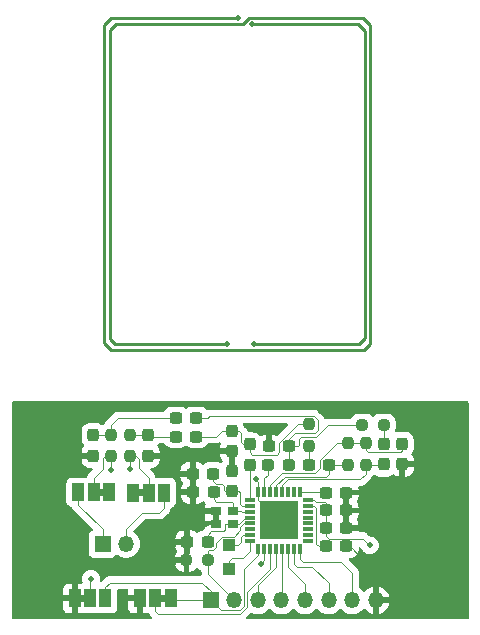
<source format=gtl>
G04 #@! TF.GenerationSoftware,KiCad,Pcbnew,7.0.9*
G04 #@! TF.CreationDate,2024-04-03T14:30:26+02:00*
G04 #@! TF.ProjectId,NFC_Programmer,4e46435f-5072-46f6-9772-616d6d65722e,3.0*
G04 #@! TF.SameCoordinates,Original*
G04 #@! TF.FileFunction,Copper,L1,Top*
G04 #@! TF.FilePolarity,Positive*
%FSLAX46Y46*%
G04 Gerber Fmt 4.6, Leading zero omitted, Abs format (unit mm)*
G04 Created by KiCad (PCBNEW 7.0.9) date 2024-04-03 14:30:26*
%MOMM*%
%LPD*%
G01*
G04 APERTURE LIST*
G04 Aperture macros list*
%AMRoundRect*
0 Rectangle with rounded corners*
0 $1 Rounding radius*
0 $2 $3 $4 $5 $6 $7 $8 $9 X,Y pos of 4 corners*
0 Add a 4 corners polygon primitive as box body*
4,1,4,$2,$3,$4,$5,$6,$7,$8,$9,$2,$3,0*
0 Add four circle primitives for the rounded corners*
1,1,$1+$1,$2,$3*
1,1,$1+$1,$4,$5*
1,1,$1+$1,$6,$7*
1,1,$1+$1,$8,$9*
0 Add four rect primitives between the rounded corners*
20,1,$1+$1,$2,$3,$4,$5,0*
20,1,$1+$1,$4,$5,$6,$7,0*
20,1,$1+$1,$6,$7,$8,$9,0*
20,1,$1+$1,$8,$9,$2,$3,0*%
G04 Aperture macros list end*
G04 #@! TA.AperFunction,SMDPad,CuDef*
%ADD10RoundRect,0.237500X-0.237500X0.250000X-0.237500X-0.250000X0.237500X-0.250000X0.237500X0.250000X0*%
G04 #@! TD*
G04 #@! TA.AperFunction,SMDPad,CuDef*
%ADD11RoundRect,0.237500X0.300000X0.237500X-0.300000X0.237500X-0.300000X-0.237500X0.300000X-0.237500X0*%
G04 #@! TD*
G04 #@! TA.AperFunction,SMDPad,CuDef*
%ADD12RoundRect,0.237500X0.237500X-0.250000X0.237500X0.250000X-0.237500X0.250000X-0.237500X-0.250000X0*%
G04 #@! TD*
G04 #@! TA.AperFunction,SMDPad,CuDef*
%ADD13R,1.000000X1.500000*%
G04 #@! TD*
G04 #@! TA.AperFunction,SMDPad,CuDef*
%ADD14R,1.000000X1.000000*%
G04 #@! TD*
G04 #@! TA.AperFunction,ComponentPad*
%ADD15R,1.350000X1.350000*%
G04 #@! TD*
G04 #@! TA.AperFunction,ComponentPad*
%ADD16O,1.350000X1.350000*%
G04 #@! TD*
G04 #@! TA.AperFunction,SMDPad,CuDef*
%ADD17RoundRect,0.237500X0.237500X-0.287500X0.237500X0.287500X-0.237500X0.287500X-0.237500X-0.287500X0*%
G04 #@! TD*
G04 #@! TA.AperFunction,SMDPad,CuDef*
%ADD18R,0.900000X0.800000*%
G04 #@! TD*
G04 #@! TA.AperFunction,SMDPad,CuDef*
%ADD19RoundRect,0.237500X0.237500X-0.300000X0.237500X0.300000X-0.237500X0.300000X-0.237500X-0.300000X0*%
G04 #@! TD*
G04 #@! TA.AperFunction,SMDPad,CuDef*
%ADD20RoundRect,0.237500X-0.237500X0.300000X-0.237500X-0.300000X0.237500X-0.300000X0.237500X0.300000X0*%
G04 #@! TD*
G04 #@! TA.AperFunction,SMDPad,CuDef*
%ADD21R,0.850000X0.300000*%
G04 #@! TD*
G04 #@! TA.AperFunction,SMDPad,CuDef*
%ADD22R,0.300000X0.850000*%
G04 #@! TD*
G04 #@! TA.AperFunction,SMDPad,CuDef*
%ADD23R,3.250000X3.250000*%
G04 #@! TD*
G04 #@! TA.AperFunction,SMDPad,CuDef*
%ADD24RoundRect,0.237500X-0.300000X-0.237500X0.300000X-0.237500X0.300000X0.237500X-0.300000X0.237500X0*%
G04 #@! TD*
G04 #@! TA.AperFunction,SMDPad,CuDef*
%ADD25RoundRect,0.237500X-0.250000X-0.237500X0.250000X-0.237500X0.250000X0.237500X-0.250000X0.237500X0*%
G04 #@! TD*
G04 #@! TA.AperFunction,SMDPad,CuDef*
%ADD26RoundRect,0.237500X-0.287500X-0.237500X0.287500X-0.237500X0.287500X0.237500X-0.287500X0.237500X0*%
G04 #@! TD*
G04 #@! TA.AperFunction,SMDPad,CuDef*
%ADD27RoundRect,0.237500X0.250000X0.237500X-0.250000X0.237500X-0.250000X-0.237500X0.250000X-0.237500X0*%
G04 #@! TD*
G04 #@! TA.AperFunction,ViaPad*
%ADD28C,0.360000*%
G04 #@! TD*
G04 #@! TA.AperFunction,ViaPad*
%ADD29C,0.500000*%
G04 #@! TD*
G04 #@! TA.AperFunction,Conductor*
%ADD30C,0.100000*%
G04 #@! TD*
G04 #@! TA.AperFunction,Conductor*
%ADD31C,0.250000*%
G04 #@! TD*
G04 APERTURE END LIST*
G04 #@! TA.AperFunction,EtchedComponent*
G36*
X132035000Y-99000000D02*
G01*
X131535000Y-99000000D01*
X131535000Y-98400000D01*
X132035000Y-98400000D01*
X132035000Y-99000000D01*
G37*
G04 #@! TD.AperFunction*
G04 #@! TA.AperFunction,EtchedComponent*
G36*
X128675000Y-98990000D02*
G01*
X128175000Y-98990000D01*
X128175000Y-98390000D01*
X128675000Y-98390000D01*
X128675000Y-98990000D01*
G37*
G04 #@! TD.AperFunction*
G04 #@! TA.AperFunction,EtchedComponent*
G36*
X133910000Y-107970000D02*
G01*
X133410000Y-107970000D01*
X133410000Y-107370000D01*
X133910000Y-107370000D01*
X133910000Y-107970000D01*
G37*
G04 #@! TD.AperFunction*
G04 #@! TA.AperFunction,EtchedComponent*
G36*
X127070000Y-107970000D02*
G01*
X126570000Y-107970000D01*
X126570000Y-107370000D01*
X127070000Y-107370000D01*
X127070000Y-107970000D01*
G37*
G04 #@! TD.AperFunction*
D10*
X150813750Y-94545000D03*
X150813750Y-96370000D03*
D11*
X147696750Y-96380000D03*
X145971750Y-96380000D03*
D12*
X145994250Y-94742500D03*
X145994250Y-92917500D03*
D13*
X131135000Y-98700000D03*
X132435000Y-98700000D03*
X133735000Y-98700000D03*
D14*
X139270000Y-103150000D03*
D11*
X137886750Y-97110000D03*
X136161750Y-97110000D03*
D15*
X128530000Y-103060000D03*
D16*
X130530000Y-103060000D03*
D17*
X140994250Y-96385000D03*
X140994250Y-94635000D03*
D11*
X136462500Y-93970000D03*
X134737500Y-93970000D03*
D18*
X139571750Y-100230000D03*
X138171750Y-100230000D03*
X138171750Y-101330000D03*
X139571750Y-101330000D03*
D19*
X139504250Y-98602500D03*
X139504250Y-96877500D03*
D20*
X139464250Y-93467500D03*
X139464250Y-95192500D03*
D21*
X145914250Y-102820000D03*
X145914250Y-102320000D03*
X145914250Y-101820000D03*
X145914250Y-101320000D03*
X145914250Y-100820000D03*
X145914250Y-100320000D03*
X145914250Y-99820000D03*
X145914250Y-99320000D03*
D22*
X145214250Y-98620000D03*
X144714250Y-98620000D03*
X144214250Y-98620000D03*
X143714250Y-98620000D03*
X143214250Y-98620000D03*
X142714250Y-98620000D03*
X142214250Y-98620000D03*
X141714250Y-98620000D03*
D21*
X141014250Y-99320000D03*
X141014250Y-99820000D03*
X141014250Y-100320000D03*
X141014250Y-100820000D03*
X141014250Y-101320000D03*
X141014250Y-101820000D03*
X141014250Y-102320000D03*
X141014250Y-102820000D03*
D22*
X141714250Y-103520000D03*
X142214250Y-103520000D03*
X142714250Y-103520000D03*
X143214250Y-103520000D03*
X143714250Y-103520000D03*
X144214250Y-103520000D03*
X144714250Y-103520000D03*
X145214250Y-103520000D03*
D23*
X143464250Y-101070000D03*
D15*
X137670000Y-107810000D03*
D16*
X139670000Y-107810000D03*
X141670000Y-107810000D03*
X143670000Y-107810000D03*
X145670000Y-107810000D03*
X147670000Y-107810000D03*
X149670000Y-107810000D03*
X151670000Y-107810000D03*
D10*
X130835000Y-93800000D03*
X130835000Y-95625000D03*
D19*
X152344250Y-96320000D03*
X152344250Y-94595000D03*
D11*
X136462500Y-92400000D03*
X134737500Y-92400000D03*
D24*
X147445000Y-98700000D03*
X149170000Y-98700000D03*
X147445000Y-100220000D03*
X149170000Y-100220000D03*
D12*
X149283250Y-96370000D03*
X149283250Y-94545000D03*
D20*
X153904250Y-94587500D03*
X153904250Y-96312500D03*
D24*
X147445000Y-101740000D03*
X149170000Y-101740000D03*
D10*
X129285000Y-93800000D03*
X129285000Y-95625000D03*
D25*
X150522500Y-92990000D03*
X152347500Y-92990000D03*
D20*
X132385000Y-93850000D03*
X132385000Y-95575000D03*
D19*
X127725000Y-95575000D03*
X127725000Y-93850000D03*
D11*
X137420000Y-102890000D03*
X135695000Y-102890000D03*
D26*
X142544250Y-96400000D03*
X144294250Y-96400000D03*
D27*
X137458250Y-104420000D03*
X135633250Y-104420000D03*
D13*
X129075000Y-98690000D03*
X127775000Y-98690000D03*
X126475000Y-98690000D03*
X134310000Y-107670000D03*
X133010000Y-107670000D03*
X131710000Y-107670000D03*
D14*
X139270000Y-105210000D03*
D13*
X126170000Y-107670000D03*
X127470000Y-107670000D03*
X128770000Y-107670000D03*
D24*
X142609250Y-94790000D03*
X144334250Y-94790000D03*
D11*
X137926750Y-98680000D03*
X136201750Y-98680000D03*
D24*
X147445000Y-103260000D03*
X149170000Y-103260000D03*
D28*
X159130000Y-95860000D03*
X128970000Y-104540000D03*
X157940000Y-91280000D03*
X131870000Y-105550000D03*
X124300000Y-91250000D03*
X125190000Y-98820000D03*
X127340000Y-91240000D03*
X157250000Y-91280000D03*
X129940000Y-105570000D03*
X142640000Y-109210000D03*
X135120000Y-99770000D03*
X150620000Y-109150000D03*
X121160000Y-98970000D03*
X122870000Y-109150000D03*
X154830000Y-109120000D03*
D29*
X134251582Y-95601582D03*
D28*
X126460000Y-94700000D03*
X144350000Y-91290000D03*
X159080000Y-104020000D03*
X155130000Y-94450000D03*
X129220000Y-91250000D03*
X125190000Y-98210000D03*
X130030000Y-109160000D03*
X134590000Y-100240000D03*
X148440000Y-92230000D03*
X150480000Y-99510000D03*
X154370000Y-97580000D03*
X153610000Y-106680000D03*
X155400000Y-109120000D03*
X123600000Y-91240000D03*
X133980000Y-97190000D03*
X159130000Y-96470000D03*
X121160000Y-92260000D03*
X152660000Y-97670000D03*
X134570000Y-102480000D03*
X154960000Y-93780000D03*
X125860000Y-109180000D03*
X121170000Y-91560000D03*
X141860000Y-91280000D03*
X121120000Y-108950000D03*
X148700000Y-91290000D03*
X158550000Y-91280000D03*
X125740000Y-97180000D03*
X121130000Y-106460000D03*
X132560000Y-101260000D03*
X137450000Y-95930000D03*
X159120000Y-92860000D03*
X127700000Y-104640000D03*
X143780000Y-91290000D03*
X124910000Y-108130000D03*
X148000000Y-91280000D03*
X121160000Y-92870000D03*
X151917606Y-102411550D03*
X152920000Y-91280000D03*
X147701096Y-92221952D03*
X149280000Y-92220000D03*
X159090000Y-99740000D03*
X139410000Y-91290000D03*
X159090000Y-101530000D03*
X132820000Y-105550000D03*
X131290000Y-109180000D03*
X133790000Y-101240000D03*
X153610000Y-108460000D03*
X151890000Y-97650000D03*
X159130000Y-95290000D03*
X130870000Y-105570000D03*
X131960000Y-102880000D03*
X134570000Y-103250000D03*
X128320000Y-104550000D03*
X125250000Y-109180000D03*
X127520000Y-92500000D03*
X127740000Y-109160000D03*
X159120000Y-98960000D03*
X126610000Y-96460000D03*
X131630000Y-104040000D03*
X158390000Y-109150000D03*
X121130000Y-104670000D03*
X152310000Y-91280000D03*
X126670000Y-92870000D03*
X134560000Y-104720000D03*
X134560000Y-103940000D03*
X126440000Y-93840000D03*
X140680000Y-91280000D03*
X156070000Y-91280000D03*
X150460000Y-100300000D03*
X140020000Y-91290000D03*
X153450000Y-97640000D03*
X134950000Y-98240000D03*
X154170000Y-109120000D03*
X151364342Y-91970000D03*
X135077887Y-95174346D03*
X155410000Y-91290000D03*
X159080000Y-107150000D03*
X123410000Y-109150000D03*
X159090000Y-105270000D03*
X136980000Y-95110000D03*
X128330000Y-92550000D03*
X153140000Y-106270000D03*
X150470000Y-98680000D03*
X148720000Y-109150000D03*
X121160000Y-94050000D03*
X121810000Y-91240000D03*
D29*
X142620000Y-93280000D03*
D28*
X131010000Y-91250000D03*
X121690000Y-109150000D03*
X149880000Y-91290000D03*
X125480000Y-91250000D03*
X128310000Y-109160000D03*
X153610000Y-107250000D03*
X127050000Y-102380000D03*
X127910000Y-91240000D03*
X156550000Y-109120000D03*
X153600000Y-109120000D03*
X131820000Y-109180000D03*
X151460000Y-104220000D03*
X124910000Y-107590000D03*
X150530000Y-100960000D03*
X134950000Y-96480000D03*
X136540000Y-95870000D03*
X153540000Y-92730000D03*
X131960000Y-101650000D03*
X121130000Y-105850000D03*
X155130000Y-95290000D03*
X126400000Y-109180000D03*
X130430000Y-104500000D03*
X125760000Y-106200000D03*
X159080000Y-107760000D03*
X124910000Y-106980000D03*
X127050000Y-104100000D03*
X124910000Y-106410000D03*
X133540000Y-91240000D03*
X159090000Y-104660000D03*
X152060000Y-103740000D03*
X128800000Y-105570000D03*
X121120000Y-107160000D03*
X131160000Y-104360000D03*
X121120000Y-108340000D03*
X135620000Y-95890000D03*
X156010000Y-109120000D03*
X132850000Y-91240000D03*
X159130000Y-94680000D03*
X127050000Y-102950000D03*
X121130000Y-100360000D03*
D29*
X136820000Y-101300000D03*
D28*
X152220000Y-103020000D03*
X121120000Y-102240000D03*
X152310000Y-106410000D03*
X121160000Y-93440000D03*
X126970000Y-109180000D03*
X151740000Y-91280000D03*
X125190000Y-99360000D03*
X121130000Y-101540000D03*
X159120000Y-93430000D03*
X159090000Y-100920000D03*
X126670000Y-97160000D03*
X128970000Y-92080000D03*
D29*
X150700000Y-104480000D03*
D28*
X159080000Y-108330000D03*
X129460000Y-109160000D03*
X122420000Y-91240000D03*
X159120000Y-97780000D03*
X126540000Y-105870000D03*
X131780000Y-102240000D03*
X121160000Y-98360000D03*
X133530000Y-96280000D03*
X159090000Y-106450000D03*
X121130000Y-105280000D03*
X121120000Y-104030000D03*
X146820000Y-91280000D03*
X129780000Y-104480000D03*
X159130000Y-91550000D03*
X132280000Y-91240000D03*
X135980000Y-101650000D03*
X157120000Y-109120000D03*
X130400000Y-91250000D03*
X128520000Y-91240000D03*
X125670000Y-100350000D03*
X159080000Y-108940000D03*
X159120000Y-97170000D03*
X133210000Y-96990000D03*
X142470000Y-91280000D03*
X154800000Y-91290000D03*
X147200000Y-91900000D03*
X122990000Y-91240000D03*
X125190000Y-99930000D03*
X145600000Y-91280000D03*
X128920000Y-109160000D03*
X151070000Y-98110000D03*
X149310000Y-91290000D03*
X121130000Y-99750000D03*
X124910000Y-91250000D03*
X152170000Y-91820000D03*
X157820000Y-109150000D03*
X154230000Y-91290000D03*
X151130000Y-91280000D03*
X159090000Y-105840000D03*
X129830000Y-91250000D03*
X146210000Y-91280000D03*
X123980000Y-109150000D03*
X136880000Y-100240000D03*
X134960000Y-99050000D03*
X159090000Y-100350000D03*
X131670000Y-91240000D03*
X127100000Y-101690000D03*
X136100000Y-95140000D03*
X122260000Y-109150000D03*
X146740000Y-109170000D03*
X127050000Y-103560000D03*
X126090000Y-91250000D03*
X159120000Y-98350000D03*
X147390000Y-91280000D03*
X121170000Y-95300000D03*
X126130000Y-100790000D03*
X134890000Y-97330000D03*
X136100000Y-99920000D03*
X121160000Y-97180000D03*
X130670000Y-109180000D03*
X126610000Y-101210000D03*
X121120000Y-107770000D03*
X121170000Y-95870000D03*
X149880000Y-91890000D03*
X144960000Y-91290000D03*
X121120000Y-102850000D03*
X151124464Y-102010199D03*
X159080000Y-102230000D03*
X121120000Y-103420000D03*
X143170000Y-91290000D03*
X124910000Y-108700000D03*
X159120000Y-94040000D03*
X144710000Y-109150000D03*
X134250000Y-100770000D03*
X121130000Y-100930000D03*
X153420000Y-92190000D03*
X155210000Y-96260000D03*
D29*
X137990000Y-95230000D03*
D28*
X121170000Y-96480000D03*
X150570000Y-101750000D03*
X156680000Y-91280000D03*
X125190000Y-97640000D03*
X135060000Y-101740000D03*
X126700000Y-105300000D03*
X159080000Y-102840000D03*
X153610000Y-107890000D03*
X154390000Y-93370000D03*
X153620000Y-91290000D03*
X159120000Y-92250000D03*
X150680000Y-105400000D03*
D29*
X125870000Y-95560000D03*
D28*
X121160000Y-97790000D03*
X150700000Y-106280000D03*
X121170000Y-94690000D03*
X152140000Y-109230000D03*
D29*
X141500000Y-97570000D03*
D28*
X127050000Y-104670000D03*
X155050000Y-97220000D03*
X128250000Y-105320000D03*
X124680000Y-109180000D03*
X159080000Y-103410000D03*
X141290000Y-91280000D03*
X153610000Y-93260000D03*
X133840000Y-105540000D03*
X133130000Y-101260000D03*
X152870000Y-91870000D03*
X150690000Y-91810000D03*
X151510000Y-106310000D03*
X132400000Y-109200000D03*
X150490000Y-91290000D03*
X126730000Y-91240000D03*
X131940000Y-103530000D03*
D29*
X151160000Y-103180000D03*
X127550000Y-105990000D03*
X141910000Y-104760000D03*
X139030000Y-86150000D03*
X141370000Y-86140000D03*
X140010000Y-58550000D03*
X130850000Y-96740000D03*
X141150000Y-59040000D03*
X129280000Y-96770000D03*
D30*
X146610000Y-99990750D02*
X146610000Y-103040000D01*
X146439250Y-99820000D02*
X146610000Y-99990750D01*
X146830000Y-103260000D02*
X147445000Y-103260000D01*
X146610000Y-103040000D02*
X146830000Y-103260000D01*
X145914250Y-99820000D02*
X146439250Y-99820000D01*
X136850000Y-101330000D02*
X136820000Y-101300000D01*
X134225000Y-95575000D02*
X134251582Y-95601582D01*
X142609250Y-94790000D02*
X142609250Y-93290750D01*
X138027500Y-95192500D02*
X137990000Y-95230000D01*
X125885000Y-95575000D02*
X125870000Y-95560000D01*
X139464250Y-95192500D02*
X138027500Y-95192500D01*
X138171750Y-101330000D02*
X136850000Y-101330000D01*
X142609250Y-93290750D02*
X142620000Y-93280000D01*
X143464250Y-101070000D02*
X141714250Y-99320000D01*
X149480000Y-103260000D02*
X150700000Y-104480000D01*
X149170000Y-103260000D02*
X149480000Y-103260000D01*
X141714250Y-97784250D02*
X141500000Y-97570000D01*
X132385000Y-95575000D02*
X134225000Y-95575000D01*
X127725000Y-95575000D02*
X125885000Y-95575000D01*
X141714250Y-98620000D02*
X141714250Y-97784250D01*
X141714250Y-99320000D02*
X141714250Y-98620000D01*
X147365000Y-98620000D02*
X147445000Y-98700000D01*
X145214250Y-98620000D02*
X147365000Y-98620000D01*
X139504250Y-98602500D02*
X140056750Y-98602500D01*
X138824250Y-98510000D02*
X138916750Y-98602500D01*
X137886750Y-97732500D02*
X138134250Y-97980000D01*
X140204250Y-98750000D02*
X140204250Y-99700000D01*
X137886750Y-97110000D02*
X137886750Y-97732500D01*
X138134250Y-97980000D02*
X138684250Y-97980000D01*
X138684250Y-97980000D02*
X138824250Y-98120000D01*
X140324250Y-99820000D02*
X141014250Y-99820000D01*
X140204250Y-99700000D02*
X140324250Y-99820000D01*
X138916750Y-98602500D02*
X139504250Y-98602500D01*
X140056750Y-98602500D02*
X140204250Y-98750000D01*
X138824250Y-98120000D02*
X138824250Y-98510000D01*
X140064250Y-101330000D02*
X139571750Y-101330000D01*
X141014250Y-100820000D02*
X140574250Y-100820000D01*
X138910000Y-101330000D02*
X139571750Y-101330000D01*
X137420000Y-102890000D02*
X137420000Y-102290000D01*
X137710000Y-102000000D02*
X138710000Y-102000000D01*
X138860000Y-101380000D02*
X138910000Y-101330000D01*
X138860000Y-101850000D02*
X138860000Y-101380000D01*
X140574250Y-100820000D02*
X140064250Y-101330000D01*
X137420000Y-102290000D02*
X137710000Y-102000000D01*
X138710000Y-102000000D02*
X138860000Y-101850000D01*
X143714250Y-98095000D02*
X144212250Y-97597000D01*
X150813750Y-97140500D02*
X150813750Y-96370000D01*
X150813750Y-96370000D02*
X152294250Y-96370000D01*
X144212250Y-97597000D02*
X150357250Y-97597000D01*
X150357250Y-97597000D02*
X150813750Y-97140500D01*
X143714250Y-98620000D02*
X143714250Y-98095000D01*
X152294250Y-96370000D02*
X152344250Y-96320000D01*
X152347500Y-94591750D02*
X152344250Y-94595000D01*
X152347500Y-92990000D02*
X152347500Y-94591750D01*
X145050000Y-94790000D02*
X144334250Y-94790000D01*
X136462500Y-92400000D02*
X137430000Y-92400000D01*
X144294250Y-94830000D02*
X144334250Y-94790000D01*
X145170000Y-94670000D02*
X145050000Y-94790000D01*
X146410022Y-92253000D02*
X146750000Y-92592978D01*
X145350000Y-94000000D02*
X145170000Y-94180000D01*
X146570000Y-94000000D02*
X145350000Y-94000000D01*
X150522500Y-92990000D02*
X147580000Y-92990000D01*
X144334250Y-94135750D02*
X144334250Y-94790000D01*
X145170000Y-94180000D02*
X145170000Y-94670000D01*
X137577000Y-92253000D02*
X146410022Y-92253000D01*
X146750000Y-93420000D02*
X146550000Y-93620000D01*
X137430000Y-92400000D02*
X137577000Y-92253000D01*
X144294250Y-96400000D02*
X144294250Y-94830000D01*
X146750000Y-92592978D02*
X146750000Y-93420000D01*
X147580000Y-92990000D02*
X146570000Y-94000000D01*
X144850000Y-93620000D02*
X144334250Y-94135750D01*
X146550000Y-93620000D02*
X144850000Y-93620000D01*
X140994250Y-95284250D02*
X140994250Y-94635000D01*
X145076478Y-92917500D02*
X143480000Y-94513978D01*
X140067500Y-93467500D02*
X140270000Y-93670000D01*
X143480000Y-94513978D02*
X143480000Y-95290000D01*
X143280000Y-95490000D02*
X141200000Y-95490000D01*
X139464250Y-93467500D02*
X140067500Y-93467500D01*
X140445000Y-94635000D02*
X140994250Y-94635000D01*
X145994250Y-92917500D02*
X145076478Y-92917500D01*
X143480000Y-95290000D02*
X143280000Y-95490000D01*
X136462500Y-93970000D02*
X138120000Y-93970000D01*
X140270000Y-94460000D02*
X140445000Y-94635000D01*
X140270000Y-93670000D02*
X140270000Y-94460000D01*
X141200000Y-95490000D02*
X140994250Y-95284250D01*
X138120000Y-93970000D02*
X138622500Y-93467500D01*
X138622500Y-93467500D02*
X139464250Y-93467500D01*
X130835000Y-93800000D02*
X132335000Y-93800000D01*
X132505000Y-93970000D02*
X132385000Y-93850000D01*
X134737500Y-93970000D02*
X132505000Y-93970000D01*
X132335000Y-93800000D02*
X132385000Y-93850000D01*
X127725000Y-93850000D02*
X129235000Y-93850000D01*
X129235000Y-93850000D02*
X129285000Y-93800000D01*
X129870000Y-92400000D02*
X129285000Y-92985000D01*
X129285000Y-92985000D02*
X129285000Y-93800000D01*
X134737500Y-92400000D02*
X129870000Y-92400000D01*
X153904250Y-95145750D02*
X153740500Y-95309500D01*
X143757250Y-97052000D02*
X146532250Y-97052000D01*
X150979500Y-95309500D02*
X150813750Y-95143750D01*
X150813750Y-95143750D02*
X150813750Y-94545000D01*
X146532250Y-97052000D02*
X146954250Y-96630000D01*
X153740500Y-95309500D02*
X150979500Y-95309500D01*
X142714250Y-98095000D02*
X143757250Y-97052000D01*
X149283250Y-94545000D02*
X150813750Y-94545000D01*
X148369250Y-94545000D02*
X149283250Y-94545000D01*
X146954250Y-96630000D02*
X146954250Y-95960000D01*
X153904250Y-94587500D02*
X153904250Y-95145750D01*
X146954250Y-95960000D02*
X148369250Y-94545000D01*
X142714250Y-98620000D02*
X142714250Y-98095000D01*
X143939250Y-97370000D02*
X147474250Y-97370000D01*
X143214250Y-98620000D02*
X143214250Y-98095000D01*
X149273250Y-96380000D02*
X149283250Y-96370000D01*
X143214250Y-98095000D02*
X143939250Y-97370000D01*
X147474250Y-97370000D02*
X147696750Y-97147500D01*
X147696750Y-97147500D02*
X147696750Y-96380000D01*
X147696750Y-96380000D02*
X149273250Y-96380000D01*
X145971750Y-94765000D02*
X145994250Y-94742500D01*
X145971750Y-96380000D02*
X145971750Y-94765000D01*
X140994250Y-99300000D02*
X141014250Y-99320000D01*
X140994250Y-96385000D02*
X140994250Y-99300000D01*
X142214250Y-98620000D02*
X142214250Y-97510000D01*
X142544250Y-97180000D02*
X142544250Y-96400000D01*
X142214250Y-97510000D02*
X142544250Y-97180000D01*
X139470000Y-104280000D02*
X139270000Y-104480000D01*
X139270000Y-104480000D02*
X139270000Y-105210000D01*
X141014250Y-103685750D02*
X140420000Y-104280000D01*
X141014250Y-102820000D02*
X141014250Y-103685750D01*
X140420000Y-104280000D02*
X139470000Y-104280000D01*
X144214250Y-105004250D02*
X145670000Y-106460000D01*
X145670000Y-106460000D02*
X145670000Y-107810000D01*
X144214250Y-103520000D02*
X144214250Y-105004250D01*
X145214250Y-104314250D02*
X145470000Y-104570000D01*
X148730000Y-104570000D02*
X149670000Y-105510000D01*
X145214250Y-103520000D02*
X145214250Y-104314250D01*
X145470000Y-104570000D02*
X148730000Y-104570000D01*
X149670000Y-105510000D02*
X149670000Y-107810000D01*
X147670000Y-106390000D02*
X147670000Y-107810000D01*
X144714250Y-104734250D02*
X145000000Y-105020000D01*
X144714250Y-103520000D02*
X144714250Y-104734250D01*
X146300000Y-105020000D02*
X147670000Y-106390000D01*
X145000000Y-105020000D02*
X146300000Y-105020000D01*
X137458250Y-105598250D02*
X139670000Y-107810000D01*
X140489250Y-101320000D02*
X140198750Y-101610500D01*
X137458250Y-103621750D02*
X137458250Y-104420000D01*
X138134500Y-103305772D02*
X137898272Y-103542000D01*
X138607000Y-102473000D02*
X138134500Y-102945500D01*
X139632750Y-102473000D02*
X138607000Y-102473000D01*
X137538000Y-103542000D02*
X137458250Y-103621750D01*
X137458250Y-104420000D02*
X137458250Y-105598250D01*
X137898272Y-103542000D02*
X137538000Y-103542000D01*
X140198750Y-101907000D02*
X139632750Y-102473000D01*
X141014250Y-101320000D02*
X140489250Y-101320000D01*
X140198750Y-101610500D02*
X140198750Y-101907000D01*
X138134500Y-102945500D02*
X138134500Y-103305772D01*
X138522000Y-108662000D02*
X137670000Y-107810000D01*
X137670000Y-107010000D02*
X136990000Y-106330000D01*
X137670000Y-107810000D02*
X137670000Y-107010000D01*
X145914250Y-99320000D02*
X146439250Y-99320000D01*
X129170000Y-106330000D02*
X128770000Y-106730000D01*
X147445000Y-101740000D02*
X147445000Y-102365000D01*
X140138000Y-108662000D02*
X138522000Y-108662000D01*
X147380000Y-99510000D02*
X147445000Y-99575000D01*
X137670000Y-107810000D02*
X134450000Y-107810000D01*
X140530000Y-108270000D02*
X140138000Y-108662000D01*
X151170000Y-103220000D02*
X151170000Y-103190000D01*
X134450000Y-107810000D02*
X134310000Y-107670000D01*
X147445000Y-99575000D02*
X147445000Y-100220000D01*
X147688000Y-102608000D02*
X150558000Y-102608000D01*
X128770000Y-106730000D02*
X128770000Y-107670000D01*
X141714250Y-104005750D02*
X140530000Y-105190000D01*
X147445000Y-102365000D02*
X147688000Y-102608000D01*
X146629250Y-99510000D02*
X147380000Y-99510000D01*
X136990000Y-106330000D02*
X129170000Y-106330000D01*
X150558000Y-102608000D02*
X151170000Y-103220000D01*
X141714250Y-103520000D02*
X141714250Y-104005750D01*
X140530000Y-105190000D02*
X140530000Y-108270000D01*
X147445000Y-100220000D02*
X147445000Y-101740000D01*
X146439250Y-99320000D02*
X146629250Y-99510000D01*
X143714250Y-107765750D02*
X143670000Y-107810000D01*
X143714250Y-103520000D02*
X143714250Y-107765750D01*
X141670000Y-106530000D02*
X141670000Y-107810000D01*
X143214250Y-103520000D02*
X143214250Y-104985750D01*
X143214250Y-104985750D02*
X141670000Y-106530000D01*
X140354250Y-100320000D02*
X141014249Y-100320000D01*
X137926750Y-98680000D02*
X137926750Y-99262500D01*
X138154250Y-99490000D02*
X139454250Y-99490000D01*
X139584250Y-99620000D02*
X139571750Y-99632500D01*
X137926750Y-99262500D02*
X138154250Y-99490000D01*
X139571750Y-99632500D02*
X139571750Y-100230000D01*
X140244250Y-100230000D02*
X140344250Y-100330000D01*
X139454250Y-99490000D02*
X139584250Y-99620000D01*
X139571750Y-100230000D02*
X140244250Y-100230000D01*
X140344250Y-100330000D02*
X140354250Y-100320000D01*
X127470000Y-106070000D02*
X127470000Y-107670000D01*
X142214250Y-103520000D02*
X142214250Y-104455750D01*
X142214250Y-104455750D02*
X141910000Y-104760000D01*
X127550000Y-105990000D02*
X127470000Y-106070000D01*
X140760000Y-107118974D02*
X140760000Y-108361026D01*
X140760000Y-108361026D02*
X140176026Y-108945000D01*
X142714250Y-105164724D02*
X140760000Y-107118974D01*
X133010000Y-108750000D02*
X133010000Y-107670000D01*
X133210000Y-108950000D02*
X133205000Y-108945000D01*
X142714250Y-103520000D02*
X142714250Y-105164724D01*
X140175513Y-108950000D02*
X133210000Y-108950000D01*
X133205000Y-108945000D02*
X133010000Y-108750000D01*
X133735000Y-98700000D02*
X133735000Y-100035000D01*
X131850000Y-100430000D02*
X130530000Y-101750000D01*
X133735000Y-100035000D02*
X133340000Y-100430000D01*
X130530000Y-101750000D02*
X130530000Y-103060000D01*
X133340000Y-100430000D02*
X131850000Y-100430000D01*
X132435000Y-97435000D02*
X132435000Y-98700000D01*
D31*
X129620000Y-86140000D02*
X139020000Y-86140000D01*
D30*
X129285000Y-95625000D02*
X129285000Y-96765000D01*
X130835000Y-95625000D02*
X130835000Y-96725000D01*
X128715000Y-95625000D02*
X128590000Y-95750000D01*
D31*
X151200000Y-86100000D02*
X151200000Y-59160000D01*
D30*
X130835000Y-95625000D02*
X131375000Y-95625000D01*
X131590000Y-96590000D02*
X132435000Y-97435000D01*
D31*
X141370000Y-86140000D02*
X150220000Y-86140000D01*
D30*
X129285000Y-96765000D02*
X129280000Y-96770000D01*
X131375000Y-95625000D02*
X131590000Y-95840000D01*
D31*
X128670000Y-59150000D02*
X128670000Y-86010000D01*
X140010000Y-58550000D02*
X140010000Y-58560000D01*
X129280000Y-86620000D02*
X150680000Y-86620000D01*
X150600000Y-58560000D02*
X140890000Y-58560000D01*
D30*
X128590000Y-95750000D02*
X128590000Y-96670000D01*
D31*
X129260000Y-58560000D02*
X128670000Y-59150000D01*
X140890000Y-58560000D02*
X140410000Y-59040000D01*
X128670000Y-86010000D02*
X129280000Y-86620000D01*
X150720000Y-59600000D02*
X150160000Y-59040000D01*
X139020000Y-86140000D02*
X139030000Y-86150000D01*
X150220000Y-86140000D02*
X150720000Y-85640000D01*
X129640000Y-59040000D02*
X129150000Y-59530000D01*
D30*
X129285000Y-95625000D02*
X128715000Y-95625000D01*
D31*
X140010000Y-58560000D02*
X129260000Y-58560000D01*
X151200000Y-59160000D02*
X150600000Y-58560000D01*
X150680000Y-86620000D02*
X151200000Y-86100000D01*
X129150000Y-85670000D02*
X129620000Y-86140000D01*
D30*
X128590000Y-96670000D02*
X127775000Y-97485000D01*
X131590000Y-95840000D02*
X131590000Y-96590000D01*
D31*
X150720000Y-85640000D02*
X150720000Y-59600000D01*
X129150000Y-59530000D02*
X129150000Y-85670000D01*
D30*
X127775000Y-97485000D02*
X127775000Y-98690000D01*
D31*
X150160000Y-59040000D02*
X141150000Y-59040000D01*
X140410000Y-59040000D02*
X129640000Y-59040000D01*
D30*
X130835000Y-96725000D02*
X130850000Y-96740000D01*
X126475000Y-99775000D02*
X128530000Y-101830000D01*
X128530000Y-101830000D02*
X128530000Y-103060000D01*
X126475000Y-98690000D02*
X126475000Y-99775000D01*
X140440000Y-102320000D02*
X141014250Y-102320000D01*
X140290000Y-102470000D02*
X140440000Y-102320000D01*
X139270000Y-103150000D02*
X140000000Y-103150000D01*
X140290000Y-102860000D02*
X140290000Y-102470000D01*
X140000000Y-103150000D02*
X140290000Y-102860000D01*
G04 #@! TA.AperFunction,Conductor*
G36*
X159457539Y-90979685D02*
G01*
X159503294Y-91032489D01*
X159514500Y-91084000D01*
X159514500Y-109310500D01*
X159494815Y-109377539D01*
X159442011Y-109423294D01*
X159390500Y-109434500D01*
X140764412Y-109434500D01*
X140697373Y-109414815D01*
X140651618Y-109362011D01*
X140641674Y-109292853D01*
X140670699Y-109229297D01*
X140676731Y-109222819D01*
X140838683Y-109060867D01*
X141006644Y-108892905D01*
X141067965Y-108859422D01*
X141137656Y-108864406D01*
X141139117Y-108864962D01*
X141196939Y-108887362D01*
X141346931Y-108945470D01*
X141561074Y-108985500D01*
X141561076Y-108985500D01*
X141778924Y-108985500D01*
X141778926Y-108985500D01*
X141993069Y-108945470D01*
X142196210Y-108866772D01*
X142381432Y-108752088D01*
X142542427Y-108605322D01*
X142571047Y-108567422D01*
X142627153Y-108525787D01*
X142696865Y-108521094D01*
X142758048Y-108554836D01*
X142768946Y-108567414D01*
X142797573Y-108605322D01*
X142958568Y-108752088D01*
X142958575Y-108752092D01*
X142958576Y-108752093D01*
X143143786Y-108866770D01*
X143143792Y-108866773D01*
X143166664Y-108875633D01*
X143346931Y-108945470D01*
X143561074Y-108985500D01*
X143561076Y-108985500D01*
X143778924Y-108985500D01*
X143778926Y-108985500D01*
X143993069Y-108945470D01*
X144196210Y-108866772D01*
X144381432Y-108752088D01*
X144542427Y-108605322D01*
X144571047Y-108567422D01*
X144627153Y-108525787D01*
X144696865Y-108521094D01*
X144758048Y-108554836D01*
X144768946Y-108567414D01*
X144797573Y-108605322D01*
X144958568Y-108752088D01*
X144958575Y-108752092D01*
X144958576Y-108752093D01*
X145143786Y-108866770D01*
X145143792Y-108866773D01*
X145166664Y-108875633D01*
X145346931Y-108945470D01*
X145561074Y-108985500D01*
X145561076Y-108985500D01*
X145778924Y-108985500D01*
X145778926Y-108985500D01*
X145993069Y-108945470D01*
X146196210Y-108866772D01*
X146381432Y-108752088D01*
X146542427Y-108605322D01*
X146571047Y-108567422D01*
X146627153Y-108525787D01*
X146696865Y-108521094D01*
X146758048Y-108554836D01*
X146768946Y-108567414D01*
X146797573Y-108605322D01*
X146958568Y-108752088D01*
X146958575Y-108752092D01*
X146958576Y-108752093D01*
X147143786Y-108866770D01*
X147143792Y-108866773D01*
X147166664Y-108875633D01*
X147346931Y-108945470D01*
X147561074Y-108985500D01*
X147561076Y-108985500D01*
X147778924Y-108985500D01*
X147778926Y-108985500D01*
X147993069Y-108945470D01*
X148196210Y-108866772D01*
X148381432Y-108752088D01*
X148542427Y-108605322D01*
X148571047Y-108567422D01*
X148627153Y-108525787D01*
X148696865Y-108521094D01*
X148758048Y-108554836D01*
X148768946Y-108567414D01*
X148797573Y-108605322D01*
X148958568Y-108752088D01*
X148958575Y-108752092D01*
X148958576Y-108752093D01*
X149143786Y-108866770D01*
X149143792Y-108866773D01*
X149166664Y-108875633D01*
X149346931Y-108945470D01*
X149561074Y-108985500D01*
X149561076Y-108985500D01*
X149778924Y-108985500D01*
X149778926Y-108985500D01*
X149993069Y-108945470D01*
X150196210Y-108866772D01*
X150381432Y-108752088D01*
X150542427Y-108605322D01*
X150571359Y-108567009D01*
X150627465Y-108525373D01*
X150697177Y-108520680D01*
X150758360Y-108554421D01*
X150769267Y-108567009D01*
X150797942Y-108604981D01*
X150797949Y-108604989D01*
X150958868Y-108751685D01*
X151144012Y-108866322D01*
X151144023Y-108866327D01*
X151347060Y-108944984D01*
X151420000Y-108958619D01*
X151420000Y-108125686D01*
X151431955Y-108137641D01*
X151544852Y-108195165D01*
X151638519Y-108210000D01*
X151701481Y-108210000D01*
X151795148Y-108195165D01*
X151908045Y-108137641D01*
X151920000Y-108125686D01*
X151920000Y-108958619D01*
X151992939Y-108944984D01*
X152195976Y-108866327D01*
X152195987Y-108866322D01*
X152381130Y-108751685D01*
X152381131Y-108751685D01*
X152542054Y-108604985D01*
X152673284Y-108431208D01*
X152770348Y-108236280D01*
X152820505Y-108060000D01*
X151985686Y-108060000D01*
X151997641Y-108048045D01*
X152055165Y-107935148D01*
X152074986Y-107810000D01*
X152055165Y-107684852D01*
X151997641Y-107571955D01*
X151985686Y-107560000D01*
X152820505Y-107560000D01*
X152820505Y-107559999D01*
X152770348Y-107383719D01*
X152673284Y-107188791D01*
X152542054Y-107015014D01*
X152381131Y-106868314D01*
X152195987Y-106753677D01*
X152195985Y-106753676D01*
X151992931Y-106675013D01*
X151992921Y-106675010D01*
X151920001Y-106661378D01*
X151920000Y-106661379D01*
X151920000Y-107494314D01*
X151908045Y-107482359D01*
X151795148Y-107424835D01*
X151701481Y-107410000D01*
X151638519Y-107410000D01*
X151544852Y-107424835D01*
X151431955Y-107482359D01*
X151420000Y-107494314D01*
X151420000Y-106661379D01*
X151419998Y-106661378D01*
X151347078Y-106675010D01*
X151347068Y-106675013D01*
X151144014Y-106753676D01*
X151144012Y-106753677D01*
X150958869Y-106868314D01*
X150958868Y-106868314D01*
X150797945Y-107015014D01*
X150769267Y-107052990D01*
X150713157Y-107094626D01*
X150643445Y-107099317D01*
X150582264Y-107065575D01*
X150571359Y-107052990D01*
X150562547Y-107041321D01*
X150542427Y-107014678D01*
X150381432Y-106867912D01*
X150292144Y-106812627D01*
X150279222Y-106804626D01*
X150232587Y-106752598D01*
X150220500Y-106699199D01*
X150220500Y-105519414D01*
X150220572Y-105517295D01*
X150222763Y-105453174D01*
X150216974Y-105429421D01*
X150212281Y-105410163D01*
X150211094Y-105403918D01*
X150210878Y-105402347D01*
X150205070Y-105360080D01*
X150197919Y-105343617D01*
X150191181Y-105323583D01*
X150186933Y-105306148D01*
X150165234Y-105267556D01*
X150162414Y-105261878D01*
X150161225Y-105259141D01*
X150144780Y-105221280D01*
X150144780Y-105221279D01*
X150133458Y-105207363D01*
X150121557Y-105189876D01*
X150112768Y-105174244D01*
X150112767Y-105174243D01*
X150112766Y-105174241D01*
X150081456Y-105142931D01*
X150077210Y-105138225D01*
X150067278Y-105126017D01*
X150049278Y-105103892D01*
X150034612Y-105093539D01*
X150018445Y-105079920D01*
X149385205Y-104446680D01*
X149351720Y-104385357D01*
X149356704Y-104315665D01*
X149398576Y-104259732D01*
X149464040Y-104235315D01*
X149472886Y-104234999D01*
X149519140Y-104234999D01*
X149519154Y-104234998D01*
X149620152Y-104224680D01*
X149783800Y-104170453D01*
X149783811Y-104170448D01*
X149930534Y-104079947D01*
X149930538Y-104079944D01*
X150052444Y-103958038D01*
X150052447Y-103958034D01*
X150142948Y-103811311D01*
X150142953Y-103811300D01*
X150197180Y-103647652D01*
X150207499Y-103546654D01*
X150207499Y-103460045D01*
X150227183Y-103393006D01*
X150279986Y-103347250D01*
X150349145Y-103337306D01*
X150412701Y-103366330D01*
X150448540Y-103419089D01*
X150479542Y-103507686D01*
X150479547Y-103507697D01*
X150569518Y-103650884D01*
X150569523Y-103650890D01*
X150689109Y-103770476D01*
X150689115Y-103770481D01*
X150832302Y-103860452D01*
X150832305Y-103860454D01*
X150832309Y-103860455D01*
X150832310Y-103860456D01*
X150886932Y-103879569D01*
X150991943Y-103916314D01*
X151159997Y-103935249D01*
X151160000Y-103935249D01*
X151160003Y-103935249D01*
X151328056Y-103916314D01*
X151328059Y-103916313D01*
X151487690Y-103860456D01*
X151487692Y-103860454D01*
X151487694Y-103860454D01*
X151487697Y-103860452D01*
X151630884Y-103770481D01*
X151630885Y-103770480D01*
X151630890Y-103770477D01*
X151750477Y-103650890D01*
X151750481Y-103650884D01*
X151840452Y-103507697D01*
X151840454Y-103507694D01*
X151840454Y-103507692D01*
X151840456Y-103507690D01*
X151896313Y-103348059D01*
X151896313Y-103348058D01*
X151896314Y-103348056D01*
X151915249Y-103180002D01*
X151915249Y-103179997D01*
X151896314Y-103011943D01*
X151840454Y-102852305D01*
X151840452Y-102852302D01*
X151750481Y-102709115D01*
X151750476Y-102709109D01*
X151630890Y-102589523D01*
X151630884Y-102589518D01*
X151487697Y-102499547D01*
X151487694Y-102499545D01*
X151328055Y-102443685D01*
X151195539Y-102428755D01*
X151131125Y-102401689D01*
X151121741Y-102393216D01*
X150953906Y-102225381D01*
X150922697Y-102191965D01*
X150908680Y-102176956D01*
X150878392Y-102158537D01*
X150870861Y-102153957D01*
X150865610Y-102150383D01*
X150830341Y-102123638D01*
X150830342Y-102123638D01*
X150813642Y-102117052D01*
X150794716Y-102107652D01*
X150779380Y-102098327D01*
X150736758Y-102086384D01*
X150730740Y-102084360D01*
X150689565Y-102068124D01*
X150689556Y-102068122D01*
X150671716Y-102066288D01*
X150650951Y-102062342D01*
X150633669Y-102057500D01*
X150633665Y-102057500D01*
X150589406Y-102057500D01*
X150583064Y-102057175D01*
X150555427Y-102054333D01*
X150539029Y-102052648D01*
X150539024Y-102052648D01*
X150521344Y-102055697D01*
X150500276Y-102057500D01*
X150326362Y-102057500D01*
X150259323Y-102037815D01*
X150238681Y-102021181D01*
X150207500Y-101990000D01*
X149420000Y-101990000D01*
X149388819Y-102021181D01*
X149327496Y-102054666D01*
X149301138Y-102057500D01*
X149044000Y-102057500D01*
X148976961Y-102037815D01*
X148931206Y-101985011D01*
X148920000Y-101933500D01*
X148920000Y-100470000D01*
X149420000Y-100470000D01*
X149420000Y-101490000D01*
X150207499Y-101490000D01*
X150207499Y-101453360D01*
X150207498Y-101453345D01*
X150197180Y-101352347D01*
X150142953Y-101188699D01*
X150142948Y-101188688D01*
X150054379Y-101045097D01*
X150035938Y-100977705D01*
X150054379Y-100914903D01*
X150142948Y-100771311D01*
X150142953Y-100771300D01*
X150197180Y-100607652D01*
X150207499Y-100506654D01*
X150207500Y-100506641D01*
X150207500Y-100470000D01*
X149420000Y-100470000D01*
X148920000Y-100470000D01*
X148920000Y-98950000D01*
X149420000Y-98950000D01*
X149420000Y-99970000D01*
X150207499Y-99970000D01*
X150207499Y-99933360D01*
X150207498Y-99933345D01*
X150197180Y-99832347D01*
X150142953Y-99668699D01*
X150142948Y-99668688D01*
X150054379Y-99525097D01*
X150035938Y-99457705D01*
X150054379Y-99394903D01*
X150142948Y-99251311D01*
X150142953Y-99251300D01*
X150197180Y-99087652D01*
X150207499Y-98986654D01*
X150207500Y-98986641D01*
X150207500Y-98950000D01*
X149420000Y-98950000D01*
X148920000Y-98950000D01*
X148920000Y-98574000D01*
X148939685Y-98506961D01*
X148992489Y-98461206D01*
X149044000Y-98450000D01*
X150207499Y-98450000D01*
X150207499Y-98413360D01*
X150207498Y-98413345D01*
X150197180Y-98312346D01*
X150196570Y-98310503D01*
X150196528Y-98309297D01*
X150195764Y-98305726D01*
X150196401Y-98305589D01*
X150194169Y-98240675D01*
X150229901Y-98180633D01*
X150292421Y-98149441D01*
X150314276Y-98147500D01*
X150347853Y-98147500D01*
X150414076Y-98149762D01*
X150457082Y-98139280D01*
X150463301Y-98138098D01*
X150507170Y-98132070D01*
X150523633Y-98124918D01*
X150543666Y-98118181D01*
X150561102Y-98113933D01*
X150599715Y-98092221D01*
X150605340Y-98089427D01*
X150645970Y-98071780D01*
X150659882Y-98060460D01*
X150677373Y-98048557D01*
X150693005Y-98039768D01*
X150693003Y-98039768D01*
X150693009Y-98039766D01*
X150724309Y-98008464D01*
X150729019Y-98004213D01*
X150763358Y-97976278D01*
X150773706Y-97961616D01*
X150787324Y-97945449D01*
X151196353Y-97536420D01*
X151244794Y-97491180D01*
X151265738Y-97456738D01*
X151267789Y-97453366D01*
X151271364Y-97448112D01*
X151273035Y-97445909D01*
X151298111Y-97412843D01*
X151304693Y-97396150D01*
X151314098Y-97377213D01*
X151323422Y-97361882D01*
X151324802Y-97356953D01*
X151361844Y-97297712D01*
X151379100Y-97284874D01*
X151512100Y-97202840D01*
X151512102Y-97202837D01*
X151513903Y-97201727D01*
X151581296Y-97183287D01*
X151644097Y-97201727D01*
X151645897Y-97202837D01*
X151645900Y-97202840D01*
X151792734Y-97293408D01*
X151956497Y-97347674D01*
X152057573Y-97358000D01*
X152630926Y-97357999D01*
X152630934Y-97357998D01*
X152630937Y-97357998D01*
X152709252Y-97349998D01*
X152732003Y-97347674D01*
X152895766Y-97293408D01*
X153042600Y-97202840D01*
X153042602Y-97202837D01*
X153042605Y-97202836D01*
X153048268Y-97198359D01*
X153049380Y-97199766D01*
X153102531Y-97170734D01*
X153172223Y-97175709D01*
X153199955Y-97191331D01*
X153200065Y-97191154D01*
X153204530Y-97193908D01*
X153205824Y-97194637D01*
X153206221Y-97194951D01*
X153352938Y-97285448D01*
X153352949Y-97285453D01*
X153516597Y-97339680D01*
X153617602Y-97349999D01*
X153654250Y-97349999D01*
X153654250Y-96562500D01*
X154154250Y-96562500D01*
X154154250Y-97349999D01*
X154190890Y-97349999D01*
X154190904Y-97349998D01*
X154291902Y-97339680D01*
X154455550Y-97285453D01*
X154455561Y-97285448D01*
X154602284Y-97194947D01*
X154602288Y-97194944D01*
X154724194Y-97073038D01*
X154724197Y-97073034D01*
X154814698Y-96926311D01*
X154814703Y-96926300D01*
X154868930Y-96762652D01*
X154879249Y-96661654D01*
X154879250Y-96661641D01*
X154879250Y-96562500D01*
X154154250Y-96562500D01*
X153654250Y-96562500D01*
X153654250Y-96186500D01*
X153673935Y-96119461D01*
X153726739Y-96073706D01*
X153778250Y-96062500D01*
X154879249Y-96062500D01*
X154879249Y-95963360D01*
X154879248Y-95963345D01*
X154868930Y-95862347D01*
X154814703Y-95698699D01*
X154814698Y-95698688D01*
X154724197Y-95551965D01*
X154724194Y-95551961D01*
X154710267Y-95538034D01*
X154676782Y-95476711D01*
X154681766Y-95407019D01*
X154710267Y-95362672D01*
X154724590Y-95348350D01*
X154815158Y-95201516D01*
X154869424Y-95037753D01*
X154879750Y-94936677D01*
X154879749Y-94238324D01*
X154876225Y-94203830D01*
X154869424Y-94137247D01*
X154847213Y-94070220D01*
X154815158Y-93973484D01*
X154724590Y-93826650D01*
X154602600Y-93704660D01*
X154490563Y-93635555D01*
X154455768Y-93614093D01*
X154455763Y-93614091D01*
X154441908Y-93609500D01*
X154292003Y-93559826D01*
X154292001Y-93559825D01*
X154190928Y-93549500D01*
X153617580Y-93549500D01*
X153617562Y-93549501D01*
X153516497Y-93559825D01*
X153516494Y-93559826D01*
X153468172Y-93575839D01*
X153398343Y-93578241D01*
X153338302Y-93542509D01*
X153307109Y-93479989D01*
X153311462Y-93419130D01*
X153325174Y-93377753D01*
X153335500Y-93276677D01*
X153335499Y-92703324D01*
X153332313Y-92672139D01*
X153325174Y-92602247D01*
X153290072Y-92496318D01*
X153270908Y-92438484D01*
X153180340Y-92291650D01*
X153058350Y-92169660D01*
X152911516Y-92079092D01*
X152747753Y-92024826D01*
X152747751Y-92024825D01*
X152646678Y-92014500D01*
X152048330Y-92014500D01*
X152048312Y-92014501D01*
X151947247Y-92024825D01*
X151783484Y-92079092D01*
X151783481Y-92079093D01*
X151636648Y-92169661D01*
X151522681Y-92283629D01*
X151461358Y-92317114D01*
X151391666Y-92312130D01*
X151347319Y-92283629D01*
X151233351Y-92169661D01*
X151233350Y-92169660D01*
X151086516Y-92079092D01*
X150922753Y-92024826D01*
X150922751Y-92024825D01*
X150821678Y-92014500D01*
X150223330Y-92014500D01*
X150223312Y-92014501D01*
X150122247Y-92024825D01*
X149958484Y-92079092D01*
X149958481Y-92079093D01*
X149811648Y-92169661D01*
X149689659Y-92291650D01*
X149634798Y-92380596D01*
X149582850Y-92427321D01*
X149529259Y-92439500D01*
X147589415Y-92439500D01*
X147523175Y-92437237D01*
X147523174Y-92437237D01*
X147480165Y-92447717D01*
X147473931Y-92448902D01*
X147430078Y-92454930D01*
X147421913Y-92457218D01*
X147421523Y-92455828D01*
X147361294Y-92463343D01*
X147298291Y-92433136D01*
X147272370Y-92395797D01*
X147271089Y-92396518D01*
X147245239Y-92350542D01*
X147242414Y-92344854D01*
X147228199Y-92312130D01*
X147224780Y-92304258D01*
X147213454Y-92290337D01*
X147201556Y-92272855D01*
X147192764Y-92257218D01*
X147161472Y-92225926D01*
X147157215Y-92221209D01*
X147129278Y-92186870D01*
X147114613Y-92176518D01*
X147098441Y-92162895D01*
X146956263Y-92020717D01*
X146805930Y-91870383D01*
X146760702Y-91821956D01*
X146760699Y-91821954D01*
X146722883Y-91798957D01*
X146717632Y-91795383D01*
X146682363Y-91768638D01*
X146682364Y-91768638D01*
X146665664Y-91762052D01*
X146646738Y-91752652D01*
X146631402Y-91743327D01*
X146588780Y-91731384D01*
X146582762Y-91729360D01*
X146541587Y-91713124D01*
X146541578Y-91713122D01*
X146523738Y-91711288D01*
X146502973Y-91707342D01*
X146485691Y-91702500D01*
X146485687Y-91702500D01*
X146441428Y-91702500D01*
X146435086Y-91702175D01*
X146407449Y-91699333D01*
X146391051Y-91697648D01*
X146391046Y-91697648D01*
X146373366Y-91700697D01*
X146352298Y-91702500D01*
X137586397Y-91702500D01*
X137520174Y-91700238D01*
X137520173Y-91700238D01*
X137520171Y-91700238D01*
X137477169Y-91710717D01*
X137470928Y-91711903D01*
X137430544Y-91717453D01*
X137361449Y-91707080D01*
X137325979Y-91682289D01*
X137223351Y-91579661D01*
X137223350Y-91579660D01*
X137076516Y-91489092D01*
X136912753Y-91434826D01*
X136912751Y-91434825D01*
X136811678Y-91424500D01*
X136113330Y-91424500D01*
X136113312Y-91424501D01*
X136012247Y-91434825D01*
X135848484Y-91489092D01*
X135848481Y-91489093D01*
X135701648Y-91579661D01*
X135687681Y-91593629D01*
X135626358Y-91627114D01*
X135556666Y-91622130D01*
X135512319Y-91593629D01*
X135498351Y-91579661D01*
X135498350Y-91579660D01*
X135351516Y-91489092D01*
X135187753Y-91434826D01*
X135187751Y-91434825D01*
X135086678Y-91424500D01*
X134388330Y-91424500D01*
X134388312Y-91424501D01*
X134287247Y-91434825D01*
X134123484Y-91489092D01*
X134123481Y-91489093D01*
X133976648Y-91579661D01*
X133854659Y-91701650D01*
X133799798Y-91790596D01*
X133747850Y-91837321D01*
X133694259Y-91849500D01*
X129879397Y-91849500D01*
X129813174Y-91847238D01*
X129813173Y-91847238D01*
X129813171Y-91847238D01*
X129770170Y-91857717D01*
X129763930Y-91858902D01*
X129720079Y-91864930D01*
X129703616Y-91872081D01*
X129683575Y-91878820D01*
X129666150Y-91883066D01*
X129666143Y-91883069D01*
X129627566Y-91904759D01*
X129621879Y-91907584D01*
X129581279Y-91925220D01*
X129581276Y-91925221D01*
X129567356Y-91936546D01*
X129549886Y-91948436D01*
X129534241Y-91957233D01*
X129534240Y-91957234D01*
X129502934Y-91988539D01*
X129498221Y-91992792D01*
X129463896Y-92020717D01*
X129463891Y-92020722D01*
X129453542Y-92035383D01*
X129439923Y-92051550D01*
X128902381Y-92589093D01*
X128853957Y-92634317D01*
X128830956Y-92672139D01*
X128827384Y-92677388D01*
X128800639Y-92712658D01*
X128800636Y-92712663D01*
X128794055Y-92729352D01*
X128784653Y-92748283D01*
X128775327Y-92763619D01*
X128763385Y-92806237D01*
X128761362Y-92812253D01*
X128751938Y-92836155D01*
X128709035Y-92891301D01*
X128701678Y-92896209D01*
X128586654Y-92967156D01*
X128581909Y-92970909D01*
X128517113Y-92997048D01*
X128448472Y-92984006D01*
X128428091Y-92970909D01*
X128423351Y-92967161D01*
X128423350Y-92967160D01*
X128276516Y-92876592D01*
X128112753Y-92822326D01*
X128112751Y-92822325D01*
X128011678Y-92812000D01*
X127438330Y-92812000D01*
X127438312Y-92812001D01*
X127337247Y-92822325D01*
X127173484Y-92876592D01*
X127173481Y-92876593D01*
X127026648Y-92967161D01*
X126904661Y-93089148D01*
X126814093Y-93235981D01*
X126814091Y-93235986D01*
X126786719Y-93318588D01*
X126759826Y-93399747D01*
X126759826Y-93399748D01*
X126759825Y-93399748D01*
X126749500Y-93500815D01*
X126749500Y-94199169D01*
X126749501Y-94199187D01*
X126759825Y-94300252D01*
X126789223Y-94388968D01*
X126812469Y-94459119D01*
X126814092Y-94464015D01*
X126814093Y-94464018D01*
X126843131Y-94511095D01*
X126904086Y-94609920D01*
X126904661Y-94610851D01*
X126918982Y-94625172D01*
X126952467Y-94686495D01*
X126947483Y-94756187D01*
X126918985Y-94800532D01*
X126905052Y-94814465D01*
X126814551Y-94961188D01*
X126814546Y-94961199D01*
X126760319Y-95124847D01*
X126750000Y-95225845D01*
X126750000Y-95325000D01*
X127851000Y-95325000D01*
X127918039Y-95344685D01*
X127963794Y-95397489D01*
X127975000Y-95449000D01*
X127975000Y-95701000D01*
X127955315Y-95768039D01*
X127902511Y-95813794D01*
X127851000Y-95825000D01*
X126750001Y-95825000D01*
X126750001Y-95924154D01*
X126760319Y-96025152D01*
X126814546Y-96188800D01*
X126814551Y-96188811D01*
X126905052Y-96335534D01*
X126905055Y-96335538D01*
X127026961Y-96457444D01*
X127026965Y-96457447D01*
X127173688Y-96547948D01*
X127173699Y-96547953D01*
X127337347Y-96602180D01*
X127438351Y-96612499D01*
X127569610Y-96612499D01*
X127636650Y-96632183D01*
X127682405Y-96684987D01*
X127692349Y-96754145D01*
X127663325Y-96817701D01*
X127657292Y-96824180D01*
X127392382Y-97089092D01*
X127343957Y-97134317D01*
X127320956Y-97172139D01*
X127317384Y-97177387D01*
X127310189Y-97186876D01*
X127290639Y-97212658D01*
X127290636Y-97212663D01*
X127284055Y-97229352D01*
X127274653Y-97248283D01*
X127265327Y-97263619D01*
X127253385Y-97306237D01*
X127251362Y-97312255D01*
X127235121Y-97353443D01*
X127234655Y-97355358D01*
X127233751Y-97356918D01*
X127232015Y-97361323D01*
X127231352Y-97361061D01*
X127199650Y-97415826D01*
X127137511Y-97447771D01*
X127085673Y-97446663D01*
X127082479Y-97445908D01*
X127022883Y-97439501D01*
X127022881Y-97439500D01*
X127022873Y-97439500D01*
X127022864Y-97439500D01*
X125927129Y-97439500D01*
X125927123Y-97439501D01*
X125867516Y-97445908D01*
X125732671Y-97496202D01*
X125732664Y-97496206D01*
X125617455Y-97582452D01*
X125617452Y-97582455D01*
X125531206Y-97697664D01*
X125531202Y-97697671D01*
X125480908Y-97832517D01*
X125474501Y-97892116D01*
X125474500Y-97892135D01*
X125474500Y-99487870D01*
X125474501Y-99487876D01*
X125480908Y-99547483D01*
X125531202Y-99682328D01*
X125531206Y-99682335D01*
X125617452Y-99797544D01*
X125617455Y-99797547D01*
X125732664Y-99883793D01*
X125732671Y-99883797D01*
X125867514Y-99934090D01*
X125867517Y-99934091D01*
X125873582Y-99934743D01*
X125938132Y-99961477D01*
X125968416Y-99997259D01*
X125979762Y-100017437D01*
X125982585Y-100023123D01*
X126000005Y-100063224D01*
X126000221Y-100063722D01*
X126011541Y-100077636D01*
X126023439Y-100095117D01*
X126032234Y-100110760D01*
X126032236Y-100110761D01*
X126063532Y-100142057D01*
X126067783Y-100146766D01*
X126095722Y-100181108D01*
X126110381Y-100191455D01*
X126126552Y-100205077D01*
X127658326Y-101736851D01*
X127691811Y-101798174D01*
X127686827Y-101867866D01*
X127644955Y-101923799D01*
X127613992Y-101940709D01*
X127612677Y-101941199D01*
X127612664Y-101941206D01*
X127497455Y-102027452D01*
X127497452Y-102027455D01*
X127411206Y-102142664D01*
X127411202Y-102142671D01*
X127360908Y-102277517D01*
X127354501Y-102337116D01*
X127354500Y-102337135D01*
X127354500Y-103782870D01*
X127354501Y-103782876D01*
X127360908Y-103842483D01*
X127411202Y-103977328D01*
X127411206Y-103977335D01*
X127497452Y-104092544D01*
X127497455Y-104092547D01*
X127612664Y-104178793D01*
X127612671Y-104178797D01*
X127747517Y-104229091D01*
X127747516Y-104229091D01*
X127754444Y-104229835D01*
X127807127Y-104235500D01*
X129252872Y-104235499D01*
X129312483Y-104229091D01*
X129447331Y-104178796D01*
X129562546Y-104092546D01*
X129624785Y-104009404D01*
X129680718Y-103967535D01*
X129750410Y-103962551D01*
X129807588Y-103992078D01*
X129818568Y-104002088D01*
X129818570Y-104002089D01*
X129818571Y-104002090D01*
X130003786Y-104116770D01*
X130003792Y-104116773D01*
X130026664Y-104125633D01*
X130206931Y-104195470D01*
X130421074Y-104235500D01*
X130421076Y-104235500D01*
X130638924Y-104235500D01*
X130638926Y-104235500D01*
X130853069Y-104195470D01*
X130918814Y-104170000D01*
X134645750Y-104170000D01*
X135383250Y-104170000D01*
X135383250Y-103518112D01*
X135402935Y-103451073D01*
X135419569Y-103430431D01*
X135445000Y-103405000D01*
X135445000Y-103140000D01*
X134657501Y-103140000D01*
X134657501Y-103176654D01*
X134667819Y-103277652D01*
X134722046Y-103441300D01*
X134722051Y-103441311D01*
X134808229Y-103581026D01*
X134826670Y-103648418D01*
X134805748Y-103715082D01*
X134801172Y-103721365D01*
X134710301Y-103868688D01*
X134710296Y-103868699D01*
X134656069Y-104032347D01*
X134645750Y-104133345D01*
X134645750Y-104170000D01*
X130918814Y-104170000D01*
X131056210Y-104116772D01*
X131241432Y-104002088D01*
X131402427Y-103855322D01*
X131533712Y-103681472D01*
X131630817Y-103486459D01*
X131690435Y-103276923D01*
X131710536Y-103060000D01*
X131690435Y-102843077D01*
X131632655Y-102640000D01*
X134657500Y-102640000D01*
X135445000Y-102640000D01*
X135445000Y-101914999D01*
X135345860Y-101915000D01*
X135345844Y-101915001D01*
X135244847Y-101925319D01*
X135081199Y-101979546D01*
X135081188Y-101979551D01*
X134934465Y-102070052D01*
X134934461Y-102070055D01*
X134812555Y-102191961D01*
X134812552Y-102191965D01*
X134722051Y-102338688D01*
X134722046Y-102338699D01*
X134667819Y-102502347D01*
X134657500Y-102603345D01*
X134657500Y-102640000D01*
X131632655Y-102640000D01*
X131630817Y-102633541D01*
X131533712Y-102438528D01*
X131457138Y-102337127D01*
X131402425Y-102264675D01*
X131241432Y-102117912D01*
X131241430Y-102117910D01*
X131188746Y-102085290D01*
X131142110Y-102033262D01*
X131131006Y-101964281D01*
X131158959Y-101900246D01*
X131166331Y-101892193D01*
X132041706Y-101016819D01*
X132103029Y-100983334D01*
X132129387Y-100980500D01*
X133330603Y-100980500D01*
X133396826Y-100982762D01*
X133439832Y-100972280D01*
X133446051Y-100971098D01*
X133489920Y-100965070D01*
X133506383Y-100957918D01*
X133526416Y-100951181D01*
X133543852Y-100946933D01*
X133582465Y-100925221D01*
X133588090Y-100922427D01*
X133628720Y-100904780D01*
X133642632Y-100893460D01*
X133660123Y-100881557D01*
X133675755Y-100872768D01*
X133675753Y-100872768D01*
X133675759Y-100872766D01*
X133707059Y-100841464D01*
X133711769Y-100837213D01*
X133746108Y-100809278D01*
X133756459Y-100794611D01*
X133770073Y-100778449D01*
X134068523Y-100480000D01*
X137221750Y-100480000D01*
X137221750Y-100677844D01*
X137228151Y-100737375D01*
X137229936Y-100744927D01*
X137228504Y-100745265D01*
X137232869Y-100806370D01*
X137228382Y-100821649D01*
X137228151Y-100822624D01*
X137221750Y-100882155D01*
X137221750Y-101080000D01*
X137921750Y-101080000D01*
X137921750Y-100480000D01*
X137221750Y-100480000D01*
X134068523Y-100480000D01*
X134117603Y-100430920D01*
X134166044Y-100385680D01*
X134189041Y-100347861D01*
X134192613Y-100342611D01*
X134219361Y-100307342D01*
X134225945Y-100290643D01*
X134235344Y-100271719D01*
X134244672Y-100256382D01*
X134256611Y-100213765D01*
X134258637Y-100207743D01*
X134274876Y-100166566D01*
X134274876Y-100166564D01*
X134276711Y-100148716D01*
X134280658Y-100127944D01*
X134285500Y-100110665D01*
X134285500Y-100066406D01*
X134285825Y-100060063D01*
X134288089Y-100038038D01*
X134314524Y-99973363D01*
X134368107Y-99934534D01*
X134477326Y-99893798D01*
X134477326Y-99893797D01*
X134477331Y-99893796D01*
X134592546Y-99807546D01*
X134678796Y-99692331D01*
X134729091Y-99557483D01*
X134735500Y-99497873D01*
X134735500Y-98930000D01*
X135164251Y-98930000D01*
X135164251Y-98966654D01*
X135174569Y-99067652D01*
X135228796Y-99231300D01*
X135228801Y-99231311D01*
X135319302Y-99378034D01*
X135319305Y-99378038D01*
X135441211Y-99499944D01*
X135441215Y-99499947D01*
X135587938Y-99590448D01*
X135587949Y-99590453D01*
X135751597Y-99644680D01*
X135852601Y-99654999D01*
X135951750Y-99654998D01*
X135951750Y-98930000D01*
X135164251Y-98930000D01*
X134735500Y-98930000D01*
X134735499Y-97902128D01*
X134729091Y-97842517D01*
X134725361Y-97832517D01*
X134678797Y-97707671D01*
X134678793Y-97707664D01*
X134592547Y-97592455D01*
X134592544Y-97592452D01*
X134477335Y-97506206D01*
X134477328Y-97506202D01*
X134342482Y-97455908D01*
X134342483Y-97455908D01*
X134282883Y-97449501D01*
X134282881Y-97449500D01*
X134282873Y-97449500D01*
X134282864Y-97449500D01*
X133187129Y-97449500D01*
X133187123Y-97449501D01*
X133119804Y-97456738D01*
X133119494Y-97453857D01*
X133063332Y-97450838D01*
X133006666Y-97409963D01*
X132984129Y-97363267D01*
X132983333Y-97360000D01*
X135124251Y-97360000D01*
X135124251Y-97396654D01*
X135134569Y-97497652D01*
X135188796Y-97661300D01*
X135188801Y-97661311D01*
X135279302Y-97808034D01*
X135279305Y-97808038D01*
X135301067Y-97829800D01*
X135334552Y-97891123D01*
X135329568Y-97960815D01*
X135318924Y-97982578D01*
X135228801Y-98128688D01*
X135228796Y-98128699D01*
X135174569Y-98292347D01*
X135164250Y-98393345D01*
X135164250Y-98430000D01*
X135951750Y-98430000D01*
X135951750Y-98125000D01*
X135948069Y-98121319D01*
X135914584Y-98059996D01*
X135911750Y-98033638D01*
X135911750Y-97360000D01*
X135124251Y-97360000D01*
X132983333Y-97360000D01*
X132977280Y-97335166D01*
X132976096Y-97328931D01*
X132973804Y-97312255D01*
X132970070Y-97285080D01*
X132962921Y-97268622D01*
X132956180Y-97248578D01*
X132951933Y-97231148D01*
X132942823Y-97214945D01*
X132930239Y-97192564D01*
X132927414Y-97186876D01*
X132920402Y-97170734D01*
X132909780Y-97146280D01*
X132898454Y-97132359D01*
X132886556Y-97114877D01*
X132877765Y-97099241D01*
X132846472Y-97067948D01*
X132842215Y-97063231D01*
X132814278Y-97028892D01*
X132799613Y-97018540D01*
X132783441Y-97004917D01*
X132638525Y-96860000D01*
X135124250Y-96860000D01*
X135911750Y-96860000D01*
X135911750Y-96134999D01*
X135812610Y-96135000D01*
X135812594Y-96135001D01*
X135711597Y-96145319D01*
X135547949Y-96199546D01*
X135547938Y-96199551D01*
X135401215Y-96290052D01*
X135401211Y-96290055D01*
X135279305Y-96411961D01*
X135279302Y-96411965D01*
X135188801Y-96558688D01*
X135188796Y-96558699D01*
X135134569Y-96722347D01*
X135124250Y-96823345D01*
X135124250Y-96860000D01*
X132638525Y-96860000D01*
X132601553Y-96823028D01*
X132568068Y-96761705D01*
X132573052Y-96692013D01*
X132614924Y-96636080D01*
X132676633Y-96611989D01*
X132772652Y-96602180D01*
X132936300Y-96547953D01*
X132936311Y-96547948D01*
X133083034Y-96457447D01*
X133083038Y-96457444D01*
X133204944Y-96335538D01*
X133204947Y-96335534D01*
X133295448Y-96188811D01*
X133295453Y-96188800D01*
X133349680Y-96025152D01*
X133359999Y-95924154D01*
X133360000Y-95924141D01*
X133360000Y-95825000D01*
X132259000Y-95825000D01*
X132191961Y-95805315D01*
X132146206Y-95752511D01*
X132135000Y-95701000D01*
X132135000Y-95449000D01*
X132154685Y-95381961D01*
X132207489Y-95336206D01*
X132259000Y-95325000D01*
X133359999Y-95325000D01*
X133359999Y-95225860D01*
X133359998Y-95225845D01*
X133349680Y-95124847D01*
X133295453Y-94961199D01*
X133295448Y-94961188D01*
X133204947Y-94814465D01*
X133204944Y-94814461D01*
X133191017Y-94800534D01*
X133157532Y-94739211D01*
X133162516Y-94669519D01*
X133191017Y-94625172D01*
X133205340Y-94610850D01*
X133224736Y-94579404D01*
X133276684Y-94532679D01*
X133330275Y-94520500D01*
X133694259Y-94520500D01*
X133761298Y-94540185D01*
X133799797Y-94579402D01*
X133826771Y-94623134D01*
X133851885Y-94663852D01*
X133854660Y-94668350D01*
X133976650Y-94790340D01*
X134123484Y-94880908D01*
X134287247Y-94935174D01*
X134388323Y-94945500D01*
X135086676Y-94945499D01*
X135086684Y-94945498D01*
X135086687Y-94945498D01*
X135145403Y-94939500D01*
X135187753Y-94935174D01*
X135351516Y-94880908D01*
X135498350Y-94790340D01*
X135512319Y-94776371D01*
X135573642Y-94742886D01*
X135643334Y-94747870D01*
X135687681Y-94776371D01*
X135701650Y-94790340D01*
X135848484Y-94880908D01*
X136012247Y-94935174D01*
X136113323Y-94945500D01*
X136811676Y-94945499D01*
X136811684Y-94945498D01*
X136811687Y-94945498D01*
X136870403Y-94939500D01*
X136912753Y-94935174D01*
X137076516Y-94880908D01*
X137223350Y-94790340D01*
X137345340Y-94668350D01*
X137400202Y-94579403D01*
X137452150Y-94532679D01*
X137505741Y-94520500D01*
X138110603Y-94520500D01*
X138176826Y-94522762D01*
X138219832Y-94512280D01*
X138226051Y-94511098D01*
X138269920Y-94505070D01*
X138286383Y-94497918D01*
X138306416Y-94491181D01*
X138323852Y-94486933D01*
X138362465Y-94465221D01*
X138368098Y-94462424D01*
X138375709Y-94459118D01*
X138445036Y-94450468D01*
X138508039Y-94480673D01*
X138544710Y-94540146D01*
X138543407Y-94610003D01*
X138542808Y-94611858D01*
X138499569Y-94742346D01*
X138489250Y-94843345D01*
X138489250Y-94942500D01*
X139590250Y-94942500D01*
X139657289Y-94962185D01*
X139703044Y-95014989D01*
X139714250Y-95066500D01*
X139714250Y-95800000D01*
X139717931Y-95803681D01*
X139751416Y-95865004D01*
X139754250Y-95891362D01*
X139754250Y-97003500D01*
X139734565Y-97070539D01*
X139681761Y-97116294D01*
X139630250Y-97127500D01*
X139378250Y-97127500D01*
X139311211Y-97107815D01*
X139265456Y-97055011D01*
X139254250Y-97003500D01*
X139254250Y-96270000D01*
X139250569Y-96266319D01*
X139217084Y-96204996D01*
X139214250Y-96178638D01*
X139214250Y-95442500D01*
X138489251Y-95442500D01*
X138489251Y-95541654D01*
X138499569Y-95642652D01*
X138553796Y-95806300D01*
X138553801Y-95806311D01*
X138644302Y-95953034D01*
X138644305Y-95953038D01*
X138662252Y-95970985D01*
X138695737Y-96032308D01*
X138690753Y-96102000D01*
X138680107Y-96123766D01*
X138661892Y-96153295D01*
X138609943Y-96200018D01*
X138540980Y-96211238D01*
X138503957Y-96200580D01*
X138500769Y-96199094D01*
X138500766Y-96199092D01*
X138337003Y-96144826D01*
X138337001Y-96144825D01*
X138235928Y-96134500D01*
X137537580Y-96134500D01*
X137537562Y-96134501D01*
X137436497Y-96144825D01*
X137272734Y-96199092D01*
X137272731Y-96199093D01*
X137125898Y-96289661D01*
X137111575Y-96303984D01*
X137050251Y-96337468D01*
X136980559Y-96332482D01*
X136936215Y-96303982D01*
X136922288Y-96290055D01*
X136922284Y-96290052D01*
X136775561Y-96199551D01*
X136775550Y-96199546D01*
X136611902Y-96145319D01*
X136510904Y-96135000D01*
X136411750Y-96135000D01*
X136411750Y-97665000D01*
X136415431Y-97668681D01*
X136448916Y-97730004D01*
X136451750Y-97756362D01*
X136451750Y-99654999D01*
X136550890Y-99654999D01*
X136550904Y-99654998D01*
X136651902Y-99644680D01*
X136815550Y-99590453D01*
X136815561Y-99590448D01*
X136962285Y-99499947D01*
X136976210Y-99486021D01*
X137037532Y-99452533D01*
X137107223Y-99457514D01*
X137151577Y-99486017D01*
X137165900Y-99500340D01*
X137197238Y-99519670D01*
X137243962Y-99571617D01*
X137255185Y-99640580D01*
X137248323Y-99668540D01*
X137228153Y-99722617D01*
X137228151Y-99722627D01*
X137221750Y-99782155D01*
X137221750Y-99980000D01*
X137865776Y-99980000D01*
X137924960Y-99996582D01*
X137925087Y-99996292D01*
X137927203Y-99997211D01*
X137930203Y-99998051D01*
X137932868Y-99999672D01*
X137975497Y-100011616D01*
X137981513Y-100013639D01*
X138022686Y-100029876D01*
X138040537Y-100031711D01*
X138061302Y-100035657D01*
X138078585Y-100040500D01*
X138122844Y-100040500D01*
X138129185Y-100040824D01*
X138173222Y-100045352D01*
X138190906Y-100042303D01*
X138211974Y-100040500D01*
X138297750Y-100040500D01*
X138364789Y-100060185D01*
X138410544Y-100112989D01*
X138421750Y-100164500D01*
X138421750Y-101005151D01*
X138402065Y-101072190D01*
X138396556Y-101080073D01*
X138375641Y-101107654D01*
X138375636Y-101107663D01*
X138369055Y-101124352D01*
X138359653Y-101143283D01*
X138350327Y-101158619D01*
X138338385Y-101201237D01*
X138336362Y-101207255D01*
X138320122Y-101248440D01*
X138318288Y-101266284D01*
X138314342Y-101287048D01*
X138309501Y-101304328D01*
X138309500Y-101304337D01*
X138309500Y-101325500D01*
X138289815Y-101392539D01*
X138237011Y-101438294D01*
X138185500Y-101449500D01*
X137719397Y-101449500D01*
X137653174Y-101447238D01*
X137653173Y-101447238D01*
X137653171Y-101447238D01*
X137610170Y-101457717D01*
X137603930Y-101458902D01*
X137560079Y-101464930D01*
X137543616Y-101472081D01*
X137523575Y-101478820D01*
X137506150Y-101483066D01*
X137506143Y-101483069D01*
X137467566Y-101504759D01*
X137461879Y-101507584D01*
X137421279Y-101525220D01*
X137407359Y-101536545D01*
X137389889Y-101548435D01*
X137374241Y-101557234D01*
X137374238Y-101557236D01*
X137366852Y-101561390D01*
X137365666Y-101559282D01*
X137312128Y-101579627D01*
X137302521Y-101580000D01*
X137221750Y-101580000D01*
X137221750Y-101658362D01*
X137202065Y-101725401D01*
X137185435Y-101746038D01*
X137092077Y-101839397D01*
X137042040Y-101889434D01*
X136980717Y-101922918D01*
X136972673Y-101924199D01*
X136969745Y-101924826D01*
X136805986Y-101979091D01*
X136805981Y-101979093D01*
X136659148Y-102069661D01*
X136644825Y-102083984D01*
X136583501Y-102117468D01*
X136513809Y-102112482D01*
X136469465Y-102083982D01*
X136455538Y-102070055D01*
X136455534Y-102070052D01*
X136308811Y-101979551D01*
X136308800Y-101979546D01*
X136145152Y-101925319D01*
X136044154Y-101915000D01*
X135945000Y-101915000D01*
X135945000Y-103791888D01*
X135925315Y-103858927D01*
X135908681Y-103879569D01*
X135883250Y-103905000D01*
X135883250Y-105394999D01*
X135932390Y-105394999D01*
X135932404Y-105394998D01*
X136033402Y-105384680D01*
X136197050Y-105330453D01*
X136197061Y-105330448D01*
X136343783Y-105239948D01*
X136457714Y-105126017D01*
X136519037Y-105092532D01*
X136588729Y-105097516D01*
X136633077Y-105126017D01*
X136747400Y-105240340D01*
X136848846Y-105302912D01*
X136895571Y-105354860D01*
X136907750Y-105408451D01*
X136907750Y-105588852D01*
X136905329Y-105659733D01*
X136883367Y-105726062D01*
X136829032Y-105769987D01*
X136781401Y-105779500D01*
X129179397Y-105779500D01*
X129113174Y-105777238D01*
X129113173Y-105777238D01*
X129113171Y-105777238D01*
X129070170Y-105787717D01*
X129063930Y-105788902D01*
X129020079Y-105794930D01*
X129003616Y-105802081D01*
X128983575Y-105808820D01*
X128966150Y-105813066D01*
X128966145Y-105813068D01*
X128927567Y-105834758D01*
X128921881Y-105837582D01*
X128881279Y-105855220D01*
X128867357Y-105866546D01*
X128849883Y-105878438D01*
X128834246Y-105887230D01*
X128834239Y-105887235D01*
X128802939Y-105918535D01*
X128798225Y-105922789D01*
X128763891Y-105950722D01*
X128753541Y-105965385D01*
X128739920Y-105981554D01*
X128501705Y-106219768D01*
X128440382Y-106253253D01*
X128370690Y-106248269D01*
X128314757Y-106206397D01*
X128290340Y-106140933D01*
X128290804Y-106118203D01*
X128305249Y-105990002D01*
X128305249Y-105989997D01*
X128286314Y-105821943D01*
X128250943Y-105720858D01*
X128230456Y-105662310D01*
X128230455Y-105662309D01*
X128230454Y-105662305D01*
X128230452Y-105662302D01*
X128140481Y-105519115D01*
X128140476Y-105519109D01*
X128020890Y-105399523D01*
X128020884Y-105399518D01*
X127877697Y-105309547D01*
X127877694Y-105309545D01*
X127718056Y-105253685D01*
X127550003Y-105234751D01*
X127549997Y-105234751D01*
X127381943Y-105253685D01*
X127222305Y-105309545D01*
X127222302Y-105309547D01*
X127079115Y-105399518D01*
X127079109Y-105399523D01*
X126959523Y-105519109D01*
X126959518Y-105519115D01*
X126869547Y-105662302D01*
X126869545Y-105662305D01*
X126813685Y-105821943D01*
X126794751Y-105989997D01*
X126794751Y-105990002D01*
X126813686Y-106158057D01*
X126847862Y-106255727D01*
X126851423Y-106325505D01*
X126816694Y-106386133D01*
X126754701Y-106418360D01*
X126721172Y-106419818D01*
X126721153Y-106420178D01*
X126717828Y-106420000D01*
X126420000Y-106420000D01*
X126420000Y-108920000D01*
X126717828Y-108920000D01*
X126717844Y-108919999D01*
X126777375Y-108913598D01*
X126784926Y-108911814D01*
X126785315Y-108913462D01*
X126845624Y-108909140D01*
X126862387Y-108914060D01*
X126862512Y-108914089D01*
X126862517Y-108914091D01*
X126922127Y-108920500D01*
X128017872Y-108920499D01*
X128077483Y-108914091D01*
X128077485Y-108914090D01*
X128077487Y-108914090D01*
X128085031Y-108912308D01*
X128085377Y-108913775D01*
X128146342Y-108909408D01*
X128161378Y-108913822D01*
X128162513Y-108914089D01*
X128162517Y-108914091D01*
X128222127Y-108920500D01*
X129317872Y-108920499D01*
X129377483Y-108914091D01*
X129512331Y-108863796D01*
X129627546Y-108777546D01*
X129713796Y-108662331D01*
X129764091Y-108527483D01*
X129770500Y-108467873D01*
X129770500Y-107920000D01*
X130710000Y-107920000D01*
X130710000Y-108467844D01*
X130716401Y-108527372D01*
X130716403Y-108527379D01*
X130766645Y-108662086D01*
X130766649Y-108662093D01*
X130852809Y-108777187D01*
X130852812Y-108777190D01*
X130967906Y-108863350D01*
X130967913Y-108863354D01*
X131102620Y-108913596D01*
X131102627Y-108913598D01*
X131162155Y-108919999D01*
X131162172Y-108920000D01*
X131460000Y-108920000D01*
X131460000Y-107920000D01*
X130710000Y-107920000D01*
X129770500Y-107920000D01*
X129770499Y-107004499D01*
X129790184Y-106937461D01*
X129842987Y-106891706D01*
X129894499Y-106880500D01*
X130586000Y-106880500D01*
X130653039Y-106900185D01*
X130698794Y-106952989D01*
X130710000Y-107004500D01*
X130710000Y-107420000D01*
X131836000Y-107420000D01*
X131903039Y-107439685D01*
X131948794Y-107492489D01*
X131960000Y-107544000D01*
X131960000Y-108920000D01*
X132257828Y-108920000D01*
X132257844Y-108919999D01*
X132317375Y-108913598D01*
X132324926Y-108911814D01*
X132325315Y-108913462D01*
X132385624Y-108909140D01*
X132402387Y-108914060D01*
X132402509Y-108914088D01*
X132402517Y-108914091D01*
X132411577Y-108915065D01*
X132476127Y-108941801D01*
X132506407Y-108977579D01*
X132514761Y-108992436D01*
X132517587Y-108998126D01*
X132535221Y-109038722D01*
X132546541Y-109052636D01*
X132558439Y-109070117D01*
X132567234Y-109085760D01*
X132567236Y-109085761D01*
X132598532Y-109117057D01*
X132602783Y-109121766D01*
X132630722Y-109156108D01*
X132645381Y-109166455D01*
X132661552Y-109180077D01*
X132704294Y-109222819D01*
X132737779Y-109284142D01*
X132732795Y-109353834D01*
X132690923Y-109409767D01*
X132625459Y-109434184D01*
X132616613Y-109434500D01*
X120989500Y-109434500D01*
X120922461Y-109414815D01*
X120876706Y-109362011D01*
X120865500Y-109310500D01*
X120865500Y-107920000D01*
X125170000Y-107920000D01*
X125170000Y-108467844D01*
X125176401Y-108527372D01*
X125176403Y-108527379D01*
X125226645Y-108662086D01*
X125226649Y-108662093D01*
X125312809Y-108777187D01*
X125312812Y-108777190D01*
X125427906Y-108863350D01*
X125427913Y-108863354D01*
X125562620Y-108913596D01*
X125562627Y-108913598D01*
X125622155Y-108919999D01*
X125622172Y-108920000D01*
X125920000Y-108920000D01*
X125920000Y-107920000D01*
X125170000Y-107920000D01*
X120865500Y-107920000D01*
X120865500Y-107420000D01*
X125170000Y-107420000D01*
X125920000Y-107420000D01*
X125920000Y-106420000D01*
X125622155Y-106420000D01*
X125562627Y-106426401D01*
X125562620Y-106426403D01*
X125427913Y-106476645D01*
X125427906Y-106476649D01*
X125312812Y-106562809D01*
X125312809Y-106562812D01*
X125226649Y-106677906D01*
X125226645Y-106677913D01*
X125176403Y-106812620D01*
X125176401Y-106812627D01*
X125170000Y-106872155D01*
X125170000Y-107420000D01*
X120865500Y-107420000D01*
X120865500Y-104670000D01*
X134645751Y-104670000D01*
X134645751Y-104706654D01*
X134656069Y-104807652D01*
X134710296Y-104971300D01*
X134710301Y-104971311D01*
X134800802Y-105118034D01*
X134800805Y-105118038D01*
X134922711Y-105239944D01*
X134922715Y-105239947D01*
X135069438Y-105330448D01*
X135069449Y-105330453D01*
X135233097Y-105384680D01*
X135334101Y-105394999D01*
X135383249Y-105394998D01*
X135383250Y-105394998D01*
X135383250Y-104670000D01*
X134645751Y-104670000D01*
X120865500Y-104670000D01*
X120865500Y-91084000D01*
X120885185Y-91016961D01*
X120937989Y-90971206D01*
X120989500Y-90960000D01*
X159390500Y-90960000D01*
X159457539Y-90979685D01*
G37*
G04 #@! TD.AperFunction*
G04 #@! TA.AperFunction,Conductor*
G36*
X149363039Y-103178185D02*
G01*
X149408794Y-103230989D01*
X149420000Y-103282500D01*
X149420000Y-103386000D01*
X149400315Y-103453039D01*
X149347511Y-103498794D01*
X149296000Y-103510000D01*
X149044000Y-103510000D01*
X148976961Y-103490315D01*
X148931206Y-103437511D01*
X148920000Y-103386000D01*
X148920000Y-103282500D01*
X148939685Y-103215461D01*
X148992489Y-103169706D01*
X149044000Y-103158500D01*
X149296000Y-103158500D01*
X149363039Y-103178185D01*
G37*
G04 #@! TD.AperFunction*
G04 #@! TA.AperFunction,Conductor*
G36*
X144179630Y-92823185D02*
G01*
X144225385Y-92875989D01*
X144235329Y-92945147D01*
X144206304Y-93008703D01*
X144200272Y-93015181D01*
X143361411Y-93854039D01*
X143300088Y-93887524D01*
X143230396Y-93882540D01*
X143223988Y-93879856D01*
X143059403Y-93825319D01*
X142958404Y-93815000D01*
X142859250Y-93815000D01*
X142859250Y-94815500D01*
X142839565Y-94882539D01*
X142786761Y-94928294D01*
X142735250Y-94939500D01*
X142483250Y-94939500D01*
X142416211Y-94919815D01*
X142370456Y-94867011D01*
X142359250Y-94815500D01*
X142359250Y-93814999D01*
X142260110Y-93815000D01*
X142260094Y-93815001D01*
X142159096Y-93825319D01*
X141995450Y-93879545D01*
X141995445Y-93879547D01*
X141962638Y-93899782D01*
X141895245Y-93918221D01*
X141828582Y-93897297D01*
X141809863Y-93881923D01*
X141692601Y-93764661D01*
X141692600Y-93764660D01*
X141568882Y-93688350D01*
X141545768Y-93674093D01*
X141545763Y-93674091D01*
X141544319Y-93673612D01*
X141382003Y-93619826D01*
X141382001Y-93619825D01*
X141280934Y-93609500D01*
X141280927Y-93609500D01*
X140924156Y-93609500D01*
X140857117Y-93589815D01*
X140811362Y-93537011D01*
X140805678Y-93521480D01*
X140797921Y-93503622D01*
X140791180Y-93483578D01*
X140786933Y-93466148D01*
X140779772Y-93453413D01*
X140765239Y-93427564D01*
X140762414Y-93421876D01*
X140752801Y-93399747D01*
X140744780Y-93381280D01*
X140733454Y-93367359D01*
X140721556Y-93349877D01*
X140719945Y-93347011D01*
X140712765Y-93334241D01*
X140681471Y-93302947D01*
X140677215Y-93298231D01*
X140659679Y-93276677D01*
X140649278Y-93263892D01*
X140634608Y-93253536D01*
X140618450Y-93239925D01*
X140518122Y-93139597D01*
X140463445Y-93084919D01*
X140461569Y-93082914D01*
X140431738Y-93023671D01*
X140430841Y-93023864D01*
X140429426Y-93017253D01*
X140425545Y-93005541D01*
X140412608Y-92966502D01*
X140410207Y-92896677D01*
X140445938Y-92836635D01*
X140508458Y-92805442D01*
X140530315Y-92803500D01*
X144112591Y-92803500D01*
X144179630Y-92823185D01*
G37*
G04 #@! TD.AperFunction*
M02*

</source>
